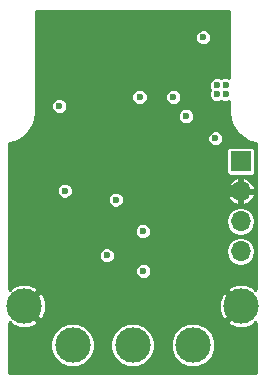
<source format=gbl>
G04 #@! TF.FileFunction,Copper,L4,Bot,Plane*
%FSLAX46Y46*%
G04 Gerber Fmt 4.6, Leading zero omitted, Abs format (unit mm)*
G04 Created by KiCad (PCBNEW 4.0.6) date Wed Apr  3 14:00:51 2019*
%MOMM*%
%LPD*%
G01*
G04 APERTURE LIST*
%ADD10C,0.100000*%
%ADD11C,3.000000*%
%ADD12R,1.700000X1.700000*%
%ADD13O,1.700000X1.700000*%
%ADD14C,0.600000*%
%ADD15C,1.000000*%
%ADD16C,0.250000*%
%ADD17C,0.254000*%
G04 APERTURE END LIST*
D10*
D11*
X17030700Y3238500D03*
X2743200Y6540500D03*
X21132800Y6540500D03*
X6858000Y3238500D03*
X11938000Y3238500D03*
D12*
X21082000Y18796000D03*
D13*
X21082000Y16256000D03*
X21082000Y13716000D03*
X21082000Y11176000D03*
D14*
X8432800Y22504400D03*
X10312400Y25857200D03*
X18034000Y26822400D03*
X12598400Y25400000D03*
X3048000Y13716000D03*
X11480800Y11430000D03*
X12791900Y19356400D03*
X19812000Y29464000D03*
X7874000Y13157200D03*
X14160500Y29083000D03*
X5715000Y26035000D03*
X5715000Y29781500D03*
X13686900Y20826400D03*
X12791900Y20826400D03*
X11896900Y20826400D03*
X11896900Y19356400D03*
X11001900Y19356400D03*
X11001900Y20826400D03*
X12598400Y15849600D03*
X13686900Y19356400D03*
X16459200Y22606000D03*
X19050000Y25222200D03*
X6197600Y16306800D03*
X19050000Y24511000D03*
X19812000Y24485600D03*
X19812000Y25222200D03*
X10515600Y15544800D03*
X17907000Y29286200D03*
X12801600Y12877800D03*
X5740400Y23469600D03*
X12852400Y9499600D03*
X9753600Y10820400D03*
X18948400Y20726400D03*
X15392400Y24231600D03*
X12522200Y24231600D03*
D15*
X21082000Y16256000D02*
X18288000Y16256000D01*
D16*
X13614400Y20726400D02*
X13614400Y20753900D01*
X13614400Y20753900D02*
X13686900Y20826400D01*
X12852400Y19456400D02*
X12852400Y19416900D01*
X12852400Y19416900D02*
X12791900Y19356400D01*
X12852400Y20726400D02*
X12852400Y20765900D01*
X12852400Y20765900D02*
X12791900Y20826400D01*
X11836400Y20726400D02*
X11836400Y20765900D01*
X11836400Y20765900D02*
X11896900Y20826400D01*
X11836400Y19202400D02*
X11836400Y19295900D01*
X11836400Y19295900D02*
X11896900Y19356400D01*
X11074400Y19456400D02*
X11074400Y19428900D01*
X11074400Y19428900D02*
X11001900Y19356400D01*
X11074400Y20726400D02*
X11074400Y20753900D01*
X11074400Y20753900D02*
X11001900Y20826400D01*
X13614400Y19456400D02*
X13614400Y19428900D01*
X13614400Y19428900D02*
X13686900Y19356400D01*
X19050000Y25222200D02*
X19050000Y25273000D01*
D17*
G36*
X20118000Y25832514D02*
X19948054Y25903082D01*
X19677135Y25903318D01*
X19430702Y25801495D01*
X19186054Y25903082D01*
X18915135Y25903318D01*
X18664748Y25799861D01*
X18473013Y25608459D01*
X18369118Y25358254D01*
X18368882Y25087335D01*
X18460184Y24866365D01*
X18369118Y24647054D01*
X18368882Y24376135D01*
X18472339Y24125748D01*
X18663741Y23934013D01*
X18913946Y23830118D01*
X19184865Y23829882D01*
X19411043Y23923336D01*
X19425741Y23908613D01*
X19675946Y23804718D01*
X19946865Y23804482D01*
X20118000Y23875193D01*
X20118000Y22987000D01*
X20126762Y22942950D01*
X20126762Y22898039D01*
X20300773Y22023225D01*
X20368861Y21858845D01*
X20368863Y21858843D01*
X20864404Y21117214D01*
X20990214Y20991404D01*
X21731846Y20495861D01*
X21896225Y20427773D01*
X22404000Y20326770D01*
X22404000Y7978032D01*
X22397362Y7984670D01*
X22328637Y7915945D01*
X22154865Y8163317D01*
X21456040Y8430915D01*
X20708004Y8410714D01*
X20110735Y8163317D01*
X19936962Y7915944D01*
X21132800Y6720105D01*
X21146942Y6734248D01*
X21326548Y6554642D01*
X21312405Y6540500D01*
X21326548Y6526358D01*
X21146942Y6346752D01*
X21132800Y6360895D01*
X19936962Y5165056D01*
X20110735Y4917683D01*
X20809560Y4650085D01*
X21557596Y4670286D01*
X22154865Y4917683D01*
X22328637Y5165055D01*
X22397362Y5096330D01*
X22404000Y5102968D01*
X22404000Y837000D01*
X1472000Y837000D01*
X1472000Y2865987D01*
X4976674Y2865987D01*
X5262436Y2174391D01*
X5791108Y1644796D01*
X6482204Y1357827D01*
X7230513Y1357174D01*
X7922109Y1642936D01*
X8451704Y2171608D01*
X8738673Y2862704D01*
X8738675Y2865987D01*
X10056674Y2865987D01*
X10342436Y2174391D01*
X10871108Y1644796D01*
X11562204Y1357827D01*
X12310513Y1357174D01*
X13002109Y1642936D01*
X13531704Y2171608D01*
X13818673Y2862704D01*
X13818675Y2865987D01*
X15149374Y2865987D01*
X15435136Y2174391D01*
X15963808Y1644796D01*
X16654904Y1357827D01*
X17403213Y1357174D01*
X18094809Y1642936D01*
X18624404Y2171608D01*
X18911373Y2862704D01*
X18912026Y3611013D01*
X18626264Y4302609D01*
X18097592Y4832204D01*
X17406496Y5119173D01*
X16658187Y5119826D01*
X15966591Y4834064D01*
X15436996Y4305392D01*
X15150027Y3614296D01*
X15149374Y2865987D01*
X13818675Y2865987D01*
X13819326Y3611013D01*
X13533564Y4302609D01*
X13004892Y4832204D01*
X12313796Y5119173D01*
X11565487Y5119826D01*
X10873891Y4834064D01*
X10344296Y4305392D01*
X10057327Y3614296D01*
X10056674Y2865987D01*
X8738675Y2865987D01*
X8739326Y3611013D01*
X8453564Y4302609D01*
X7924892Y4832204D01*
X7233796Y5119173D01*
X6485487Y5119826D01*
X5793891Y4834064D01*
X5264296Y4305392D01*
X4977327Y3614296D01*
X4976674Y2865987D01*
X1472000Y2865987D01*
X1472000Y5102968D01*
X1478638Y5096330D01*
X1547363Y5165055D01*
X1721135Y4917683D01*
X2419960Y4650085D01*
X3167996Y4670286D01*
X3765265Y4917683D01*
X3939038Y5165056D01*
X2743200Y6360895D01*
X2729058Y6346752D01*
X2549452Y6526358D01*
X2563595Y6540500D01*
X2922805Y6540500D01*
X4118644Y5344662D01*
X4366017Y5518435D01*
X4633615Y6217260D01*
X4616157Y6863740D01*
X19242385Y6863740D01*
X19262586Y6115704D01*
X19509983Y5518435D01*
X19757356Y5344662D01*
X20953195Y6540500D01*
X19757356Y7736338D01*
X19509983Y7562565D01*
X19242385Y6863740D01*
X4616157Y6863740D01*
X4613414Y6965296D01*
X4366017Y7562565D01*
X4118644Y7736338D01*
X2922805Y6540500D01*
X2563595Y6540500D01*
X2549452Y6554642D01*
X2729058Y6734248D01*
X2743200Y6720105D01*
X3939038Y7915944D01*
X3765265Y8163317D01*
X3066440Y8430915D01*
X2318404Y8410714D01*
X1721135Y8163317D01*
X1547363Y7915945D01*
X1478638Y7984670D01*
X1472000Y7978032D01*
X1472000Y9364735D01*
X12171282Y9364735D01*
X12274739Y9114348D01*
X12466141Y8922613D01*
X12716346Y8818718D01*
X12987265Y8818482D01*
X13237652Y8921939D01*
X13429387Y9113341D01*
X13533282Y9363546D01*
X13533518Y9634465D01*
X13430061Y9884852D01*
X13238659Y10076587D01*
X12988454Y10180482D01*
X12717535Y10180718D01*
X12467148Y10077261D01*
X12275413Y9885859D01*
X12171518Y9635654D01*
X12171282Y9364735D01*
X1472000Y9364735D01*
X1472000Y10685535D01*
X9072482Y10685535D01*
X9175939Y10435148D01*
X9367341Y10243413D01*
X9617546Y10139518D01*
X9888465Y10139282D01*
X10138852Y10242739D01*
X10330587Y10434141D01*
X10434482Y10684346D01*
X10434718Y10955265D01*
X10343513Y11176000D01*
X19826883Y11176000D01*
X19920587Y10704917D01*
X20187435Y10305552D01*
X20586800Y10038704D01*
X21057883Y9945000D01*
X21106117Y9945000D01*
X21577200Y10038704D01*
X21976565Y10305552D01*
X22243413Y10704917D01*
X22337117Y11176000D01*
X22243413Y11647083D01*
X21976565Y12046448D01*
X21577200Y12313296D01*
X21106117Y12407000D01*
X21057883Y12407000D01*
X20586800Y12313296D01*
X20187435Y12046448D01*
X19920587Y11647083D01*
X19826883Y11176000D01*
X10343513Y11176000D01*
X10331261Y11205652D01*
X10139859Y11397387D01*
X9889654Y11501282D01*
X9618735Y11501518D01*
X9368348Y11398061D01*
X9176613Y11206659D01*
X9072718Y10956454D01*
X9072482Y10685535D01*
X1472000Y10685535D01*
X1472000Y12742935D01*
X12120482Y12742935D01*
X12223939Y12492548D01*
X12415341Y12300813D01*
X12665546Y12196918D01*
X12936465Y12196682D01*
X13186852Y12300139D01*
X13378587Y12491541D01*
X13482482Y12741746D01*
X13482718Y13012665D01*
X13379261Y13263052D01*
X13187859Y13454787D01*
X12937654Y13558682D01*
X12666735Y13558918D01*
X12416348Y13455461D01*
X12224613Y13264059D01*
X12120718Y13013854D01*
X12120482Y12742935D01*
X1472000Y12742935D01*
X1472000Y13716000D01*
X19826883Y13716000D01*
X19920587Y13244917D01*
X20187435Y12845552D01*
X20586800Y12578704D01*
X21057883Y12485000D01*
X21106117Y12485000D01*
X21577200Y12578704D01*
X21976565Y12845552D01*
X22243413Y13244917D01*
X22337117Y13716000D01*
X22243413Y14187083D01*
X21976565Y14586448D01*
X21577200Y14853296D01*
X21106117Y14947000D01*
X21057883Y14947000D01*
X20586800Y14853296D01*
X20187435Y14586448D01*
X19920587Y14187083D01*
X19826883Y13716000D01*
X1472000Y13716000D01*
X1472000Y15409935D01*
X9834482Y15409935D01*
X9937939Y15159548D01*
X10129341Y14967813D01*
X10379546Y14863918D01*
X10650465Y14863682D01*
X10900852Y14967139D01*
X11092587Y15158541D01*
X11196482Y15408746D01*
X11196718Y15679665D01*
X11093261Y15930052D01*
X11084309Y15939020D01*
X19892511Y15939020D01*
X20016755Y15639036D01*
X20333944Y15278348D01*
X20765018Y15066499D01*
X20955000Y15126807D01*
X20955000Y16129000D01*
X21209000Y16129000D01*
X21209000Y15126807D01*
X21398982Y15066499D01*
X21830056Y15278348D01*
X22147245Y15639036D01*
X22271489Y15939020D01*
X22210627Y16129000D01*
X21209000Y16129000D01*
X20955000Y16129000D01*
X19953373Y16129000D01*
X19892511Y15939020D01*
X11084309Y15939020D01*
X10901859Y16121787D01*
X10651654Y16225682D01*
X10380735Y16225918D01*
X10130348Y16122461D01*
X9938613Y15931059D01*
X9834718Y15680854D01*
X9834482Y15409935D01*
X1472000Y15409935D01*
X1472000Y16171935D01*
X5516482Y16171935D01*
X5619939Y15921548D01*
X5811341Y15729813D01*
X6061546Y15625918D01*
X6332465Y15625682D01*
X6582852Y15729139D01*
X6774587Y15920541D01*
X6878482Y16170746D01*
X6878718Y16441665D01*
X6824461Y16572980D01*
X19892511Y16572980D01*
X19953373Y16383000D01*
X20955000Y16383000D01*
X20955000Y17385193D01*
X21209000Y17385193D01*
X21209000Y16383000D01*
X22210627Y16383000D01*
X22271489Y16572980D01*
X22147245Y16872964D01*
X21830056Y17233652D01*
X21398982Y17445501D01*
X21209000Y17385193D01*
X20955000Y17385193D01*
X20765018Y17445501D01*
X20333944Y17233652D01*
X20016755Y16872964D01*
X19892511Y16572980D01*
X6824461Y16572980D01*
X6775261Y16692052D01*
X6583859Y16883787D01*
X6333654Y16987682D01*
X6062735Y16987918D01*
X5812348Y16884461D01*
X5620613Y16693059D01*
X5516718Y16442854D01*
X5516482Y16171935D01*
X1472000Y16171935D01*
X1472000Y19646000D01*
X19843536Y19646000D01*
X19843536Y17946000D01*
X19870103Y17804810D01*
X19953546Y17675135D01*
X20080866Y17588141D01*
X20232000Y17557536D01*
X21932000Y17557536D01*
X22073190Y17584103D01*
X22202865Y17667546D01*
X22289859Y17794866D01*
X22320464Y17946000D01*
X22320464Y19646000D01*
X22293897Y19787190D01*
X22210454Y19916865D01*
X22083134Y20003859D01*
X21932000Y20034464D01*
X20232000Y20034464D01*
X20090810Y20007897D01*
X19961135Y19924454D01*
X19874141Y19797134D01*
X19843536Y19646000D01*
X1472000Y19646000D01*
X1472000Y20326770D01*
X1979775Y20427773D01*
X2144155Y20495861D01*
X2144157Y20495863D01*
X2287340Y20591535D01*
X18267282Y20591535D01*
X18370739Y20341148D01*
X18562141Y20149413D01*
X18812346Y20045518D01*
X19083265Y20045282D01*
X19333652Y20148739D01*
X19525387Y20340141D01*
X19629282Y20590346D01*
X19629518Y20861265D01*
X19526061Y21111652D01*
X19334659Y21303387D01*
X19084454Y21407282D01*
X18813535Y21407518D01*
X18563148Y21304061D01*
X18371413Y21112659D01*
X18267518Y20862454D01*
X18267282Y20591535D01*
X2287340Y20591535D01*
X2885786Y20991404D01*
X3011596Y21117214D01*
X3507139Y21858846D01*
X3575227Y22023225D01*
X3664321Y22471135D01*
X15778082Y22471135D01*
X15881539Y22220748D01*
X16072941Y22029013D01*
X16323146Y21925118D01*
X16594065Y21924882D01*
X16844452Y22028339D01*
X17036187Y22219741D01*
X17140082Y22469946D01*
X17140318Y22740865D01*
X17036861Y22991252D01*
X16845459Y23182987D01*
X16595254Y23286882D01*
X16324335Y23287118D01*
X16073948Y23183661D01*
X15882213Y22992259D01*
X15778318Y22742054D01*
X15778082Y22471135D01*
X3664321Y22471135D01*
X3749238Y22898039D01*
X3749238Y22942950D01*
X3758000Y22987000D01*
X3758000Y23334735D01*
X5059282Y23334735D01*
X5162739Y23084348D01*
X5354141Y22892613D01*
X5604346Y22788718D01*
X5875265Y22788482D01*
X6125652Y22891939D01*
X6317387Y23083341D01*
X6421282Y23333546D01*
X6421518Y23604465D01*
X6318061Y23854852D01*
X6126659Y24046587D01*
X6005891Y24096735D01*
X11841082Y24096735D01*
X11944539Y23846348D01*
X12135941Y23654613D01*
X12386146Y23550718D01*
X12657065Y23550482D01*
X12907452Y23653939D01*
X13099187Y23845341D01*
X13203082Y24095546D01*
X13203083Y24096735D01*
X14711282Y24096735D01*
X14814739Y23846348D01*
X15006141Y23654613D01*
X15256346Y23550718D01*
X15527265Y23550482D01*
X15777652Y23653939D01*
X15969387Y23845341D01*
X16073282Y24095546D01*
X16073518Y24366465D01*
X15970061Y24616852D01*
X15778659Y24808587D01*
X15528454Y24912482D01*
X15257535Y24912718D01*
X15007148Y24809261D01*
X14815413Y24617859D01*
X14711518Y24367654D01*
X14711282Y24096735D01*
X13203083Y24096735D01*
X13203318Y24366465D01*
X13099861Y24616852D01*
X12908459Y24808587D01*
X12658254Y24912482D01*
X12387335Y24912718D01*
X12136948Y24809261D01*
X11945213Y24617859D01*
X11841318Y24367654D01*
X11841082Y24096735D01*
X6005891Y24096735D01*
X5876454Y24150482D01*
X5605535Y24150718D01*
X5355148Y24047261D01*
X5163413Y23855859D01*
X5059518Y23605654D01*
X5059282Y23334735D01*
X3758000Y23334735D01*
X3758000Y29151335D01*
X17225882Y29151335D01*
X17329339Y28900948D01*
X17520741Y28709213D01*
X17770946Y28605318D01*
X18041865Y28605082D01*
X18292252Y28708539D01*
X18483987Y28899941D01*
X18587882Y29150146D01*
X18588118Y29421065D01*
X18484661Y29671452D01*
X18293259Y29863187D01*
X18043054Y29967082D01*
X17772135Y29967318D01*
X17521748Y29863861D01*
X17330013Y29672459D01*
X17226118Y29422254D01*
X17225882Y29151335D01*
X3758000Y29151335D01*
X3758000Y31548000D01*
X20118000Y31548000D01*
X20118000Y25832514D01*
X20118000Y25832514D01*
G37*
X20118000Y25832514D02*
X19948054Y25903082D01*
X19677135Y25903318D01*
X19430702Y25801495D01*
X19186054Y25903082D01*
X18915135Y25903318D01*
X18664748Y25799861D01*
X18473013Y25608459D01*
X18369118Y25358254D01*
X18368882Y25087335D01*
X18460184Y24866365D01*
X18369118Y24647054D01*
X18368882Y24376135D01*
X18472339Y24125748D01*
X18663741Y23934013D01*
X18913946Y23830118D01*
X19184865Y23829882D01*
X19411043Y23923336D01*
X19425741Y23908613D01*
X19675946Y23804718D01*
X19946865Y23804482D01*
X20118000Y23875193D01*
X20118000Y22987000D01*
X20126762Y22942950D01*
X20126762Y22898039D01*
X20300773Y22023225D01*
X20368861Y21858845D01*
X20368863Y21858843D01*
X20864404Y21117214D01*
X20990214Y20991404D01*
X21731846Y20495861D01*
X21896225Y20427773D01*
X22404000Y20326770D01*
X22404000Y7978032D01*
X22397362Y7984670D01*
X22328637Y7915945D01*
X22154865Y8163317D01*
X21456040Y8430915D01*
X20708004Y8410714D01*
X20110735Y8163317D01*
X19936962Y7915944D01*
X21132800Y6720105D01*
X21146942Y6734248D01*
X21326548Y6554642D01*
X21312405Y6540500D01*
X21326548Y6526358D01*
X21146942Y6346752D01*
X21132800Y6360895D01*
X19936962Y5165056D01*
X20110735Y4917683D01*
X20809560Y4650085D01*
X21557596Y4670286D01*
X22154865Y4917683D01*
X22328637Y5165055D01*
X22397362Y5096330D01*
X22404000Y5102968D01*
X22404000Y837000D01*
X1472000Y837000D01*
X1472000Y2865987D01*
X4976674Y2865987D01*
X5262436Y2174391D01*
X5791108Y1644796D01*
X6482204Y1357827D01*
X7230513Y1357174D01*
X7922109Y1642936D01*
X8451704Y2171608D01*
X8738673Y2862704D01*
X8738675Y2865987D01*
X10056674Y2865987D01*
X10342436Y2174391D01*
X10871108Y1644796D01*
X11562204Y1357827D01*
X12310513Y1357174D01*
X13002109Y1642936D01*
X13531704Y2171608D01*
X13818673Y2862704D01*
X13818675Y2865987D01*
X15149374Y2865987D01*
X15435136Y2174391D01*
X15963808Y1644796D01*
X16654904Y1357827D01*
X17403213Y1357174D01*
X18094809Y1642936D01*
X18624404Y2171608D01*
X18911373Y2862704D01*
X18912026Y3611013D01*
X18626264Y4302609D01*
X18097592Y4832204D01*
X17406496Y5119173D01*
X16658187Y5119826D01*
X15966591Y4834064D01*
X15436996Y4305392D01*
X15150027Y3614296D01*
X15149374Y2865987D01*
X13818675Y2865987D01*
X13819326Y3611013D01*
X13533564Y4302609D01*
X13004892Y4832204D01*
X12313796Y5119173D01*
X11565487Y5119826D01*
X10873891Y4834064D01*
X10344296Y4305392D01*
X10057327Y3614296D01*
X10056674Y2865987D01*
X8738675Y2865987D01*
X8739326Y3611013D01*
X8453564Y4302609D01*
X7924892Y4832204D01*
X7233796Y5119173D01*
X6485487Y5119826D01*
X5793891Y4834064D01*
X5264296Y4305392D01*
X4977327Y3614296D01*
X4976674Y2865987D01*
X1472000Y2865987D01*
X1472000Y5102968D01*
X1478638Y5096330D01*
X1547363Y5165055D01*
X1721135Y4917683D01*
X2419960Y4650085D01*
X3167996Y4670286D01*
X3765265Y4917683D01*
X3939038Y5165056D01*
X2743200Y6360895D01*
X2729058Y6346752D01*
X2549452Y6526358D01*
X2563595Y6540500D01*
X2922805Y6540500D01*
X4118644Y5344662D01*
X4366017Y5518435D01*
X4633615Y6217260D01*
X4616157Y6863740D01*
X19242385Y6863740D01*
X19262586Y6115704D01*
X19509983Y5518435D01*
X19757356Y5344662D01*
X20953195Y6540500D01*
X19757356Y7736338D01*
X19509983Y7562565D01*
X19242385Y6863740D01*
X4616157Y6863740D01*
X4613414Y6965296D01*
X4366017Y7562565D01*
X4118644Y7736338D01*
X2922805Y6540500D01*
X2563595Y6540500D01*
X2549452Y6554642D01*
X2729058Y6734248D01*
X2743200Y6720105D01*
X3939038Y7915944D01*
X3765265Y8163317D01*
X3066440Y8430915D01*
X2318404Y8410714D01*
X1721135Y8163317D01*
X1547363Y7915945D01*
X1478638Y7984670D01*
X1472000Y7978032D01*
X1472000Y9364735D01*
X12171282Y9364735D01*
X12274739Y9114348D01*
X12466141Y8922613D01*
X12716346Y8818718D01*
X12987265Y8818482D01*
X13237652Y8921939D01*
X13429387Y9113341D01*
X13533282Y9363546D01*
X13533518Y9634465D01*
X13430061Y9884852D01*
X13238659Y10076587D01*
X12988454Y10180482D01*
X12717535Y10180718D01*
X12467148Y10077261D01*
X12275413Y9885859D01*
X12171518Y9635654D01*
X12171282Y9364735D01*
X1472000Y9364735D01*
X1472000Y10685535D01*
X9072482Y10685535D01*
X9175939Y10435148D01*
X9367341Y10243413D01*
X9617546Y10139518D01*
X9888465Y10139282D01*
X10138852Y10242739D01*
X10330587Y10434141D01*
X10434482Y10684346D01*
X10434718Y10955265D01*
X10343513Y11176000D01*
X19826883Y11176000D01*
X19920587Y10704917D01*
X20187435Y10305552D01*
X20586800Y10038704D01*
X21057883Y9945000D01*
X21106117Y9945000D01*
X21577200Y10038704D01*
X21976565Y10305552D01*
X22243413Y10704917D01*
X22337117Y11176000D01*
X22243413Y11647083D01*
X21976565Y12046448D01*
X21577200Y12313296D01*
X21106117Y12407000D01*
X21057883Y12407000D01*
X20586800Y12313296D01*
X20187435Y12046448D01*
X19920587Y11647083D01*
X19826883Y11176000D01*
X10343513Y11176000D01*
X10331261Y11205652D01*
X10139859Y11397387D01*
X9889654Y11501282D01*
X9618735Y11501518D01*
X9368348Y11398061D01*
X9176613Y11206659D01*
X9072718Y10956454D01*
X9072482Y10685535D01*
X1472000Y10685535D01*
X1472000Y12742935D01*
X12120482Y12742935D01*
X12223939Y12492548D01*
X12415341Y12300813D01*
X12665546Y12196918D01*
X12936465Y12196682D01*
X13186852Y12300139D01*
X13378587Y12491541D01*
X13482482Y12741746D01*
X13482718Y13012665D01*
X13379261Y13263052D01*
X13187859Y13454787D01*
X12937654Y13558682D01*
X12666735Y13558918D01*
X12416348Y13455461D01*
X12224613Y13264059D01*
X12120718Y13013854D01*
X12120482Y12742935D01*
X1472000Y12742935D01*
X1472000Y13716000D01*
X19826883Y13716000D01*
X19920587Y13244917D01*
X20187435Y12845552D01*
X20586800Y12578704D01*
X21057883Y12485000D01*
X21106117Y12485000D01*
X21577200Y12578704D01*
X21976565Y12845552D01*
X22243413Y13244917D01*
X22337117Y13716000D01*
X22243413Y14187083D01*
X21976565Y14586448D01*
X21577200Y14853296D01*
X21106117Y14947000D01*
X21057883Y14947000D01*
X20586800Y14853296D01*
X20187435Y14586448D01*
X19920587Y14187083D01*
X19826883Y13716000D01*
X1472000Y13716000D01*
X1472000Y15409935D01*
X9834482Y15409935D01*
X9937939Y15159548D01*
X10129341Y14967813D01*
X10379546Y14863918D01*
X10650465Y14863682D01*
X10900852Y14967139D01*
X11092587Y15158541D01*
X11196482Y15408746D01*
X11196718Y15679665D01*
X11093261Y15930052D01*
X11084309Y15939020D01*
X19892511Y15939020D01*
X20016755Y15639036D01*
X20333944Y15278348D01*
X20765018Y15066499D01*
X20955000Y15126807D01*
X20955000Y16129000D01*
X21209000Y16129000D01*
X21209000Y15126807D01*
X21398982Y15066499D01*
X21830056Y15278348D01*
X22147245Y15639036D01*
X22271489Y15939020D01*
X22210627Y16129000D01*
X21209000Y16129000D01*
X20955000Y16129000D01*
X19953373Y16129000D01*
X19892511Y15939020D01*
X11084309Y15939020D01*
X10901859Y16121787D01*
X10651654Y16225682D01*
X10380735Y16225918D01*
X10130348Y16122461D01*
X9938613Y15931059D01*
X9834718Y15680854D01*
X9834482Y15409935D01*
X1472000Y15409935D01*
X1472000Y16171935D01*
X5516482Y16171935D01*
X5619939Y15921548D01*
X5811341Y15729813D01*
X6061546Y15625918D01*
X6332465Y15625682D01*
X6582852Y15729139D01*
X6774587Y15920541D01*
X6878482Y16170746D01*
X6878718Y16441665D01*
X6824461Y16572980D01*
X19892511Y16572980D01*
X19953373Y16383000D01*
X20955000Y16383000D01*
X20955000Y17385193D01*
X21209000Y17385193D01*
X21209000Y16383000D01*
X22210627Y16383000D01*
X22271489Y16572980D01*
X22147245Y16872964D01*
X21830056Y17233652D01*
X21398982Y17445501D01*
X21209000Y17385193D01*
X20955000Y17385193D01*
X20765018Y17445501D01*
X20333944Y17233652D01*
X20016755Y16872964D01*
X19892511Y16572980D01*
X6824461Y16572980D01*
X6775261Y16692052D01*
X6583859Y16883787D01*
X6333654Y16987682D01*
X6062735Y16987918D01*
X5812348Y16884461D01*
X5620613Y16693059D01*
X5516718Y16442854D01*
X5516482Y16171935D01*
X1472000Y16171935D01*
X1472000Y19646000D01*
X19843536Y19646000D01*
X19843536Y17946000D01*
X19870103Y17804810D01*
X19953546Y17675135D01*
X20080866Y17588141D01*
X20232000Y17557536D01*
X21932000Y17557536D01*
X22073190Y17584103D01*
X22202865Y17667546D01*
X22289859Y17794866D01*
X22320464Y17946000D01*
X22320464Y19646000D01*
X22293897Y19787190D01*
X22210454Y19916865D01*
X22083134Y20003859D01*
X21932000Y20034464D01*
X20232000Y20034464D01*
X20090810Y20007897D01*
X19961135Y19924454D01*
X19874141Y19797134D01*
X19843536Y19646000D01*
X1472000Y19646000D01*
X1472000Y20326770D01*
X1979775Y20427773D01*
X2144155Y20495861D01*
X2144157Y20495863D01*
X2287340Y20591535D01*
X18267282Y20591535D01*
X18370739Y20341148D01*
X18562141Y20149413D01*
X18812346Y20045518D01*
X19083265Y20045282D01*
X19333652Y20148739D01*
X19525387Y20340141D01*
X19629282Y20590346D01*
X19629518Y20861265D01*
X19526061Y21111652D01*
X19334659Y21303387D01*
X19084454Y21407282D01*
X18813535Y21407518D01*
X18563148Y21304061D01*
X18371413Y21112659D01*
X18267518Y20862454D01*
X18267282Y20591535D01*
X2287340Y20591535D01*
X2885786Y20991404D01*
X3011596Y21117214D01*
X3507139Y21858846D01*
X3575227Y22023225D01*
X3664321Y22471135D01*
X15778082Y22471135D01*
X15881539Y22220748D01*
X16072941Y22029013D01*
X16323146Y21925118D01*
X16594065Y21924882D01*
X16844452Y22028339D01*
X17036187Y22219741D01*
X17140082Y22469946D01*
X17140318Y22740865D01*
X17036861Y22991252D01*
X16845459Y23182987D01*
X16595254Y23286882D01*
X16324335Y23287118D01*
X16073948Y23183661D01*
X15882213Y22992259D01*
X15778318Y22742054D01*
X15778082Y22471135D01*
X3664321Y22471135D01*
X3749238Y22898039D01*
X3749238Y22942950D01*
X3758000Y22987000D01*
X3758000Y23334735D01*
X5059282Y23334735D01*
X5162739Y23084348D01*
X5354141Y22892613D01*
X5604346Y22788718D01*
X5875265Y22788482D01*
X6125652Y22891939D01*
X6317387Y23083341D01*
X6421282Y23333546D01*
X6421518Y23604465D01*
X6318061Y23854852D01*
X6126659Y24046587D01*
X6005891Y24096735D01*
X11841082Y24096735D01*
X11944539Y23846348D01*
X12135941Y23654613D01*
X12386146Y23550718D01*
X12657065Y23550482D01*
X12907452Y23653939D01*
X13099187Y23845341D01*
X13203082Y24095546D01*
X13203083Y24096735D01*
X14711282Y24096735D01*
X14814739Y23846348D01*
X15006141Y23654613D01*
X15256346Y23550718D01*
X15527265Y23550482D01*
X15777652Y23653939D01*
X15969387Y23845341D01*
X16073282Y24095546D01*
X16073518Y24366465D01*
X15970061Y24616852D01*
X15778659Y24808587D01*
X15528454Y24912482D01*
X15257535Y24912718D01*
X15007148Y24809261D01*
X14815413Y24617859D01*
X14711518Y24367654D01*
X14711282Y24096735D01*
X13203083Y24096735D01*
X13203318Y24366465D01*
X13099861Y24616852D01*
X12908459Y24808587D01*
X12658254Y24912482D01*
X12387335Y24912718D01*
X12136948Y24809261D01*
X11945213Y24617859D01*
X11841318Y24367654D01*
X11841082Y24096735D01*
X6005891Y24096735D01*
X5876454Y24150482D01*
X5605535Y24150718D01*
X5355148Y24047261D01*
X5163413Y23855859D01*
X5059518Y23605654D01*
X5059282Y23334735D01*
X3758000Y23334735D01*
X3758000Y29151335D01*
X17225882Y29151335D01*
X17329339Y28900948D01*
X17520741Y28709213D01*
X17770946Y28605318D01*
X18041865Y28605082D01*
X18292252Y28708539D01*
X18483987Y28899941D01*
X18587882Y29150146D01*
X18588118Y29421065D01*
X18484661Y29671452D01*
X18293259Y29863187D01*
X18043054Y29967082D01*
X17772135Y29967318D01*
X17521748Y29863861D01*
X17330013Y29672459D01*
X17226118Y29422254D01*
X17225882Y29151335D01*
X3758000Y29151335D01*
X3758000Y31548000D01*
X20118000Y31548000D01*
X20118000Y25832514D01*
M02*

</source>
